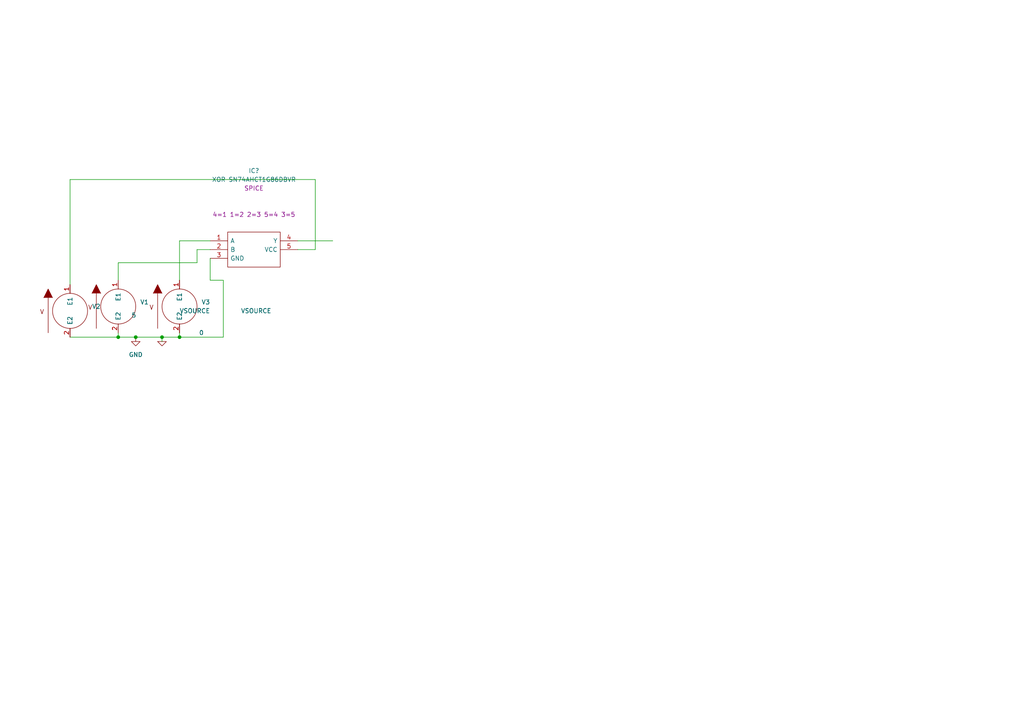
<source format=kicad_sch>
(kicad_sch (version 20211123) (generator eeschema)
  (paper "A4")
  (lib_symbols
    (symbol "EPSA_Lib:XOR SN74AHCT1G86DBVR" (pin_names (offset 0.762))
      (property "Reference" "IC" (at 21.59 7.62 0))
      (property "Value" "XOR SN74AHCT1G86DBVR" (at 21.59 5.08 0))
      (property "Spice_Primitive" "X" (at 21.59 7.62 0))
      (property "Spice_Model" "SN74AHCT1G86" (at 21.59 7.62 0))
      (property "Spice_Netlist_Enabled" "Y" (at 21.59 7.62 0))
      (property "Spice_Node_Sequence" "4,1,2,5,3" (at 21.59 7.62 0))
      (property "Spice_Lib_File" "C:\\AA_ECL\\EPSA\\Saison 2023\\Git Cloning\\epsa-saison-2023-dir-pro\\Conception\\Composant electronique\\spice model\\Gates SN74AHCT1G 0.7\\XOR\\SN74AHCT1G86.lib" (at 21.59 7.62 0))
      (symbol "XOR SN74AHCT1G86DBVR_0_0"
        (pin passive line (at 0 0 0) (length 5.08) (name "A") (number "1"))
        (pin passive line (at 0 -2.54 0) (length 5.08) (name "B") (number "2"))
        (pin passive line (at 0 -5.08 0) (length 5.08) (name "GND") (number "3"))
        (pin passive line (at 25.4 0 180) (length 5.08) (name "Y") (number "4"))
        (pin passive line (at 25.4 -2.54 180) (length 5.08) (name "VCC") (number "5"))
      )
      (symbol "XOR SN74AHCT1G86DBVR_0_1"
        (polyline (pts (xy 5.08 2.54) (xy 20.32 2.54) (xy 20.32 -7.62) (xy 5.08 -7.62) (xy 5.08 2.54)) (stroke (width 0.1524)))
      )
    )
    (symbol "power:GND" (power) (pin_names (offset 0))
      (property "Value" "GND" (at 0 -3.81 0))
      (symbol "GND_0_1"
        (polyline (pts (xy 0 0) (xy 0 -1.27) (xy 1.27 -1.27) (xy 0 -2.54) (xy -1.27 -1.27) (xy 0 -1.27)))
      )
      (symbol "GND_1_1"
        (pin power_in line (at 0 0 270) (length 0) hide (name "GND") (number "1"))
      )
    )
    (symbol "pspice:0" (power) (pin_names (offset 0))
      (property "Value" "0" (at 0 -1.778 0))
      (symbol "0_0_1"
        (polyline (pts (xy -1.27 0) (xy 0 -1.27) (xy 1.27 0) (xy -1.27 0)))
      )
      (symbol "0_1_1"
        (pin power_in line (at 0 0 0) (length 0) hide (name "0") (number "1"))
      )
    )
    (symbol "pspice:VSOURCE" (pin_names (offset 1.016))
      (property "Reference" "V" (at -6.35 7.62 0))
      (property "Value" "VSOURCE" (at 0 0 0))
      (symbol "VSOURCE_0_1"
        (polyline (pts (xy -6.35 -6.35) (xy -6.35 3.81)) (fill (type outline)))
        (polyline (pts (xy -7.62 3.81) (xy -6.35 6.35) (xy -5.08 3.81)) (fill (type outline)))
        (circle (center 0 0) (radius 5.08))
        (text "V" (at -8.128 -0.254 0) (effects (font (size 1.27 1.27))))
      )
      (symbol "VSOURCE_1_1"
        (pin input line (at 0 7.62 270) (length 2.54) (name "E1") (number "1"))
        (pin input line (at 0 -7.62 90) (length 2.54) (name "E2") (number "2"))
      )
    )
  )
  (junction (at 46.99 97.79))
  (junction (at 52.07 97.79))
  (junction (at 34.29 97.79))
  (junction (at 39.37 97.79))
  (wire (pts (xy 34.29 96.52) (xy 34.29 97.79)))
  (wire (pts (xy 46.99 97.79) (xy 52.07 97.79)))
  (wire (pts (xy 46.99 97.79) (xy 46.99 99.06)))
  (wire (pts (xy 52.07 81.28) (xy 52.07 69.85)))
  (wire (pts (xy 20.32 97.79) (xy 34.29 97.79)))
  (wire (pts (xy 34.29 97.79) (xy 39.37 97.79)))
  (wire (pts (xy 57.15 72.39) (xy 60.96 72.39)))
  (wire (pts (xy 34.29 76.2) (xy 34.29 81.28)))
  (wire (pts (xy 60.96 74.93) (xy 60.96 81.28)))
  (wire (pts (xy 52.07 69.85) (xy 60.96 69.85)))
  (wire (pts (xy 60.96 81.28) (xy 64.77 81.28)))
  (wire (pts (xy 86.36 69.85) (xy 96.52 69.85)))
  (wire (pts (xy 52.07 96.52) (xy 52.07 97.79)))
  (wire (pts (xy 91.44 72.39) (xy 91.44 52.07)))
  (wire (pts (xy 39.37 97.79) (xy 46.99 97.79)))
  (wire (pts (xy 20.32 82.55) (xy 20.32 52.07)))
  (wire (pts (xy 86.36 72.39) (xy 91.44 72.39)))
  (wire (pts (xy 52.07 97.79) (xy 64.77 97.79)))
  (wire (pts (xy 20.32 52.07) (xy 91.44 52.07)))
  (wire (pts (xy 57.15 76.2) (xy 57.15 72.39)))
  (wire (pts (xy 64.77 97.79) (xy 64.77 81.28)))
  (wire (pts (xy 34.29 76.2) (xy 57.15 76.2)))
  (symbol (lib_id "pspice:VSOURCE") (at 20.32 90.17 0) (unit 1)
    (property "Reference" "V2" (at 26.67 88.8999 0) (effects (justify left)))
    (property "Value" "VSOURCE" (at 38.1 91.4399 0) (effects (justify left)))
    (property "Spice_Primitive" "V" (effects hide))
    (property "Spice_Model" "dc 5" (effects hide))
    (property "Spice_Netlist_Enabled" "Y" (effects hide))
  )
  (symbol (lib_id "pspice:VSOURCE") (at 52.07 88.9 0) (unit 1)
    (property "Reference" "V3" (at 58.42 87.6299 0) (effects (justify left)))
    (property "Value" "VSOURCE" (at 69.85 90.1699 0) (effects (justify left)))
    (property "Spice_Primitive" "V" (effects hide))
    (property "Spice_Model" "dc 5 pulse(0 5 1 100m 100m 2 4)" (effects hide))
    (property "Spice_Netlist_Enabled" "Y" (effects hide))
  )
  (symbol (lib_id "pspice:0") (at 46.99 99.06 0) (unit 1)
    (property "Reference" "#GND01" (effects hide))
    (property "Value" "0" (at 58.42 96.52 0))
  )
  (symbol (lib_id "pspice:VSOURCE") (at 34.29 88.9 0) (unit 1)
    (property "Reference" "V1" (at 40.64 87.6299 0) (effects (justify left)))
    (property "Value" "VSOURCE" (at 52.07 90.1699 0) (effects (justify left)))
    (property "Spice_Primitive" "V" (effects hide))
    (property "Spice_Model" "dc 5 pulse(0 5 2 100m 100m 2 4)" (effects hide))
    (property "Spice_Netlist_Enabled" "Y" (effects hide))
  )
  (symbol (lib_id "EPSA_Lib:XOR SN74AHCT1G86DBVR") (at 60.96 69.85 0) (unit 1)
    (property "Reference" "IC?" (at 73.66 49.53 0))
    (property "Value" "XOR SN74AHCT1G86DBVR" (at 73.66 52.07 0))
    (property "Footprint" "SOT95P280X145-5N" (effects hide))
    (property "Datasheet" "http://www.ti.com/lit/gpn/sn74ahct1g86" (effects hide))
    (property "Description" "TEXAS INSTRUMENTS - SN74AHCT1G86DBVR - IC, SINGLE XOR GATE, 2I/P, SOT-23-5,REEL" (effects hide))
    (property "Height" "1.45" (effects hide))
    (property "Manufacturer_Name" "Texas Instruments" (effects hide))
    (property "Manufacturer_Part_Number" "SN74AHCT1G86DBVR" (effects hide))
    (property "Mouser Part Number" "595-SN74AHCT1G86DBVR" (effects hide))
    (property "Mouser Price/Stock" "https://www.mouser.co.uk/ProductDetail/Texas-Instruments/SN74AHCT1G86DBVR?qs=mTHRaKC2c7PDlak%2Fu%252BIXNw%3D%3D" (effects hide))
    (property "Arrow Part Number" "SN74AHCT1G86DBVR" (effects hide))
    (property "Arrow Price/Stock" "https://www.arrow.com/en/products/sn74ahct1g86dbvr/texas-instruments" (effects hide))
    (property "Spice_Primitive" "X" (at 73.66 54.61 0))
    (property "Spice_Model" "SN74AHCT1G86" (at 73.66 57.15 0))
    (property "Spice_Netlist_Enabled" "Y" (at 73.66 59.69 0))
    (property "Spice_Node_Sequence" "4,1,2,5,3" (at 73.66 62.23 0))
    (property "Spice_Lib_File" "C:\\AA_ECL\\EPSA\\Saison 2023\\Git Cloning\\epsa-saison-2023-dir-pro\\Conception\\Composant electronique\\spice model\\Gates SN74AHCT1G 0.7\\XOR\\SN74AHCT1G86.lib" (at 73.66 64.77 0))
  )
  (symbol (lib_id "power:GND") (at 39.37 97.79 0) (unit 1)
    (property "Reference" "#PWR01" (effects hide))
    (property "Value" "GND" (at 39.37 102.87 0))
  )
)
</source>
